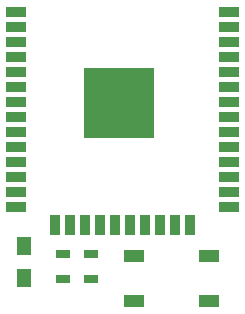
<source format=gtp>
%TF.GenerationSoftware,KiCad,Pcbnew,(5.1.0-47-g0a9c99914)*%
%TF.CreationDate,2019-04-04T20:09:24+09:00*%
%TF.ProjectId,xbee,78626565-2e6b-4696-9361-645f70636258,rev?*%
%TF.SameCoordinates,Original*%
%TF.FileFunction,Paste,Top*%
%TF.FilePolarity,Positive*%
%FSLAX46Y46*%
G04 Gerber Fmt 4.6, Leading zero omitted, Abs format (unit mm)*
G04 Created by KiCad (PCBNEW (5.1.0-47-g0a9c99914)) date 2019-04-04 20:09:24*
%MOMM*%
%LPD*%
G04 APERTURE LIST*
%ADD10R,1.300000X1.500000*%
%ADD11R,1.200000X0.700000*%
%ADD12R,1.750000X0.900000*%
%ADD13R,0.900000X1.750000*%
%ADD14R,6.000000X6.000000*%
%ADD15R,1.700000X1.000000*%
G04 APERTURE END LIST*
D10*
X140250000Y-118000000D03*
X140250000Y-115300000D03*
D11*
X145950000Y-115950000D03*
X143550000Y-115950000D03*
X145950000Y-118050000D03*
X143550000Y-118050000D03*
D12*
X157600434Y-95482662D03*
X157600434Y-96752662D03*
X157600434Y-98022662D03*
X157600434Y-99292662D03*
X157600434Y-100562662D03*
X157600434Y-101832662D03*
X157600434Y-103102662D03*
X157600434Y-104372662D03*
X157600434Y-105642662D03*
X157600434Y-106912662D03*
X157600434Y-108182662D03*
X157600434Y-109452662D03*
X157600434Y-110722662D03*
X157600434Y-111992662D03*
D13*
X154315434Y-113482662D03*
X153045434Y-113482662D03*
X151775434Y-113482662D03*
X150505434Y-113482662D03*
X149235434Y-113482662D03*
X147965434Y-113482662D03*
X146695434Y-113482662D03*
X145425434Y-113482662D03*
X144155434Y-113482662D03*
X142885434Y-113482662D03*
D12*
X139600434Y-111992662D03*
X139600434Y-110722662D03*
X139600434Y-109452662D03*
X139600434Y-108182662D03*
X139600434Y-106912662D03*
X139600434Y-105642662D03*
X139600434Y-104372662D03*
X139600434Y-103102662D03*
X139600434Y-101832662D03*
X139600434Y-100562662D03*
X139600434Y-99292662D03*
X139600434Y-98022662D03*
X139600434Y-96752662D03*
X139600434Y-95482662D03*
D14*
X148300434Y-103182662D03*
D15*
X155900000Y-119900000D03*
X149600000Y-119900000D03*
X155900000Y-116100000D03*
X149600000Y-116100000D03*
M02*

</source>
